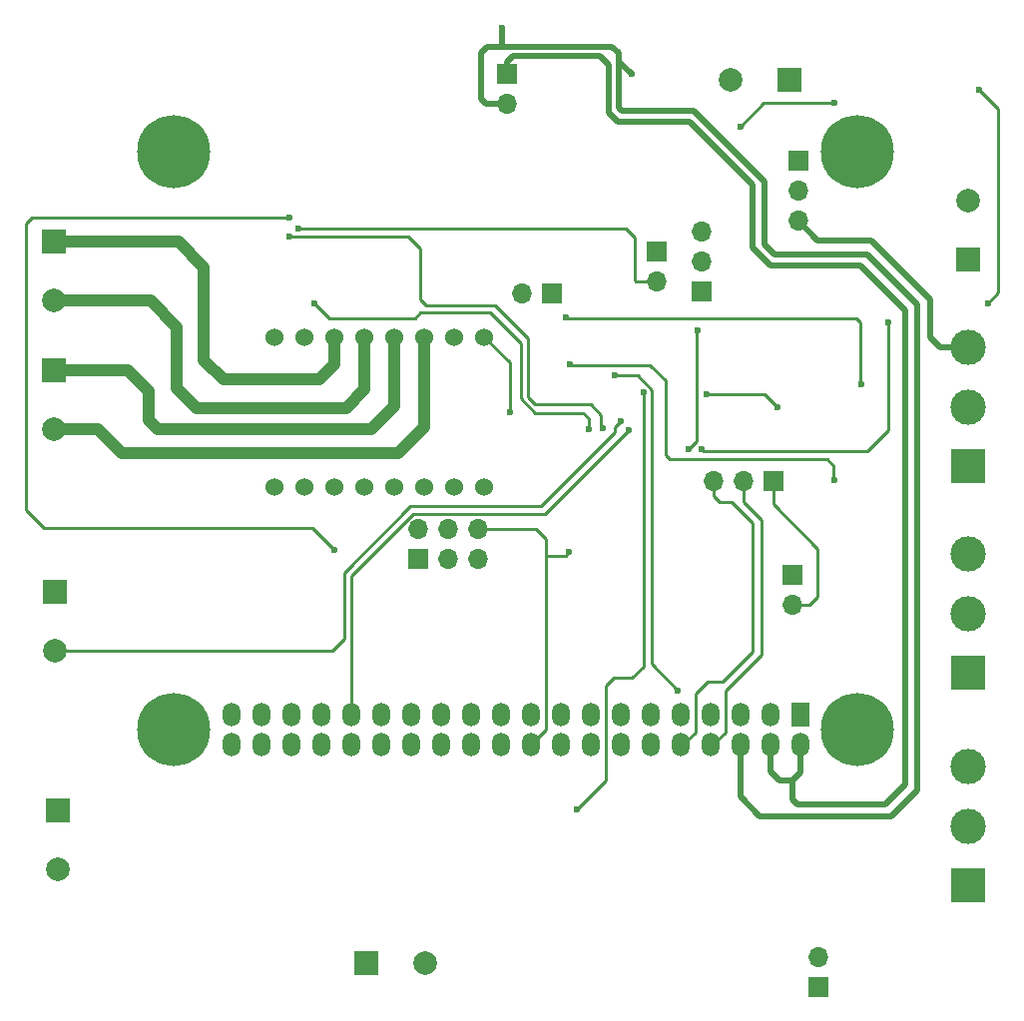
<source format=gbl>
G04 #@! TF.FileFunction,Copper,L2,Bot,Signal*
%FSLAX46Y46*%
G04 Gerber Fmt 4.6, Leading zero omitted, Abs format (unit mm)*
G04 Created by KiCad (PCBNEW 4.0.7-e2-6376~61~ubuntu18.04.1) date Wed Jan  8 18:11:24 2020*
%MOMM*%
%LPD*%
G01*
G04 APERTURE LIST*
%ADD10C,0.100000*%
%ADD11O,1.500000X2.000000*%
%ADD12R,1.500000X2.000000*%
%ADD13C,6.200000*%
%ADD14C,3.000000*%
%ADD15R,3.000000X3.000000*%
%ADD16C,2.000000*%
%ADD17R,2.000000X2.000000*%
%ADD18R,1.700000X1.700000*%
%ADD19O,1.700000X1.700000*%
%ADD20C,1.524000*%
%ADD21C,0.600000*%
%ADD22C,0.500000*%
%ADD23C,0.250000*%
%ADD24C,1.000000*%
G04 APERTURE END LIST*
D10*
D11*
X82550000Y-133900000D03*
X82550000Y-131360000D03*
X85090000Y-133900000D03*
X85090000Y-131360000D03*
X87630000Y-133900000D03*
X87630000Y-131360000D03*
X90170000Y-133900000D03*
X90170000Y-131360000D03*
X92710000Y-133900000D03*
X92710000Y-131360000D03*
X95250000Y-133900000D03*
X95250000Y-131360000D03*
X97790000Y-133900000D03*
X97790000Y-131360000D03*
X100330000Y-133900000D03*
X100330000Y-131360000D03*
X102870000Y-133900000D03*
X102870000Y-131360000D03*
X105410000Y-133900000D03*
X105410000Y-131360000D03*
X107950000Y-133900000D03*
X107950000Y-131360000D03*
X110490000Y-133900000D03*
X110490000Y-131360000D03*
X113030000Y-133900000D03*
X113030000Y-131360000D03*
X115570000Y-133900000D03*
X115570000Y-131360000D03*
X118110000Y-133900000D03*
X118110000Y-131360000D03*
X120650000Y-133900000D03*
X120650000Y-131360000D03*
X123190000Y-133900000D03*
X123190000Y-131360000D03*
X125730000Y-133900000D03*
X125730000Y-131360000D03*
X128270000Y-133900000D03*
X128270000Y-131360000D03*
X130810000Y-133900000D03*
D12*
X130810000Y-131360000D03*
D13*
X135680000Y-83630000D03*
X77680000Y-83630000D03*
X77680000Y-132630000D03*
X135680000Y-132630000D03*
D14*
X145034000Y-135796000D03*
X145034000Y-140796000D03*
D15*
X145034000Y-145796000D03*
D14*
X145034000Y-117762000D03*
X145034000Y-122762000D03*
D15*
X145034000Y-127762000D03*
D16*
X124921000Y-77470000D03*
D17*
X129921000Y-77470000D03*
D16*
X67524000Y-107173000D03*
D17*
X67524000Y-102173000D03*
D16*
X67524000Y-96251000D03*
D17*
X67524000Y-91251000D03*
D18*
X98425000Y-118110000D03*
D19*
X98425000Y-115570000D03*
X100965000Y-118110000D03*
X100965000Y-115570000D03*
X103505000Y-118110000D03*
X103505000Y-115570000D03*
D16*
X67818000Y-144446000D03*
D17*
X67818000Y-139446000D03*
D16*
X145034000Y-87710000D03*
D17*
X145034000Y-92710000D03*
D14*
X145034000Y-100236000D03*
X145034000Y-105236000D03*
D15*
X145034000Y-110236000D03*
D18*
X130643000Y-84393000D03*
D19*
X130643000Y-86933000D03*
X130643000Y-89473000D03*
D18*
X105918000Y-76962000D03*
D19*
X105918000Y-79502000D03*
D16*
X67564000Y-125904000D03*
D17*
X67564000Y-120904000D03*
D18*
X128524000Y-111506000D03*
D19*
X125984000Y-111506000D03*
X123444000Y-111506000D03*
D18*
X132334000Y-154432000D03*
D19*
X132334000Y-151892000D03*
D18*
X130135000Y-119508500D03*
D19*
X130135000Y-122048500D03*
D18*
X118618000Y-92075000D03*
D19*
X118618000Y-94615000D03*
D18*
X122478800Y-95465900D03*
D19*
X122478800Y-92925900D03*
X122478800Y-90385900D03*
D18*
X109728000Y-95631000D03*
D19*
X107188000Y-95631000D03*
D16*
X98990800Y-152465000D03*
D17*
X93990800Y-152465000D03*
D20*
X86233000Y-112014000D03*
X96393000Y-112014000D03*
X98933000Y-112014000D03*
X88773000Y-112014000D03*
X91313000Y-112014000D03*
X93853000Y-112014000D03*
X101473000Y-112014000D03*
X104013000Y-112014000D03*
X86233000Y-99314000D03*
X88773000Y-99314000D03*
X91313000Y-99314000D03*
X93853000Y-99314000D03*
X96393000Y-99314000D03*
X98933000Y-99314000D03*
X101473000Y-99314000D03*
X104013000Y-99314000D03*
D21*
X105522400Y-73090000D03*
X111212000Y-117540000D03*
X116520600Y-77027000D03*
X106167000Y-105664000D03*
X88199600Y-90082600D03*
X110958000Y-97677200D03*
X135951600Y-103366800D03*
X111288200Y-101665000D03*
X133665600Y-111444000D03*
X120446600Y-129282400D03*
X115033800Y-102583800D03*
X89598000Y-96442000D03*
X112898000Y-107142000D03*
X87503000Y-90805000D03*
X114046000Y-107061000D03*
X87463000Y-89193600D03*
X91247600Y-117362200D03*
X133698000Y-79442000D03*
X125698000Y-81442000D03*
X122098000Y-98742000D03*
X121298000Y-108842000D03*
X145991600Y-78335600D03*
X146698000Y-96442000D03*
X138298000Y-98042000D03*
X122398000Y-108842000D03*
X117485800Y-104001800D03*
X111872400Y-139358600D03*
X122878000Y-104153000D03*
X128866000Y-105252000D03*
X116216200Y-107264000D03*
X115580800Y-106465600D03*
D22*
X105522400Y-73090000D02*
X105522400Y-74676000D01*
D23*
X109243500Y-117857500D02*
X110894500Y-117857500D01*
X110894500Y-117857500D02*
X111212000Y-117540000D01*
X107950000Y-133900000D02*
X107996500Y-133900000D01*
X107996500Y-133900000D02*
X109243500Y-132653000D01*
X108353000Y-115570000D02*
X103505000Y-115570000D01*
X109243500Y-116460500D02*
X108353000Y-115570000D01*
X109243500Y-132653000D02*
X109243500Y-117857500D01*
X109243500Y-117857500D02*
X109243500Y-116460500D01*
X128524000Y-111506000D02*
X128524000Y-113516000D01*
X128524000Y-113516000D02*
X132294000Y-117286000D01*
X132294000Y-117286000D02*
X132294000Y-121350000D01*
X132294000Y-121350000D02*
X131595500Y-122048500D01*
X131595500Y-122048500D02*
X130135000Y-122048500D01*
D22*
X115443000Y-75949400D02*
X115443000Y-75311000D01*
X116520600Y-77027000D02*
X115443000Y-75949400D01*
X145034000Y-100236000D02*
X142676000Y-100236000D01*
X132294000Y-91124000D02*
X130643000Y-89473000D01*
X136815200Y-91124000D02*
X132294000Y-91124000D01*
X141819000Y-96127800D02*
X136815200Y-91124000D01*
X141819000Y-99379000D02*
X141819000Y-96127800D01*
X142676000Y-100236000D02*
X141819000Y-99379000D01*
X107950000Y-133900000D02*
X107950000Y-133890000D01*
D23*
X104013000Y-99314000D02*
X106167000Y-101468000D01*
X106167000Y-101468000D02*
X106167000Y-105664000D01*
D22*
X115443000Y-75311000D02*
X115380000Y-75247500D01*
X115380000Y-75247500D02*
X114820538Y-74688527D01*
X114820538Y-74688527D02*
X114808000Y-74676000D01*
X114808000Y-74676000D02*
X105522400Y-74676000D01*
X105522400Y-74676000D02*
X104267000Y-74676000D01*
X115443000Y-78297000D02*
X115443000Y-75311000D01*
X115697000Y-80137000D02*
X115443000Y-79883000D01*
X115443000Y-79883000D02*
X115443000Y-78297000D01*
X121793000Y-80137000D02*
X115697000Y-80137000D01*
X125730000Y-133900000D02*
X125730000Y-138303000D01*
X125730000Y-138303000D02*
X127381000Y-139954000D01*
X127381000Y-139954000D02*
X138557000Y-139954000D01*
X138557000Y-139954000D02*
X140716000Y-137795000D01*
X140716000Y-137795000D02*
X140716000Y-96520000D01*
X140716000Y-96520000D02*
X136525000Y-92329000D01*
X136525000Y-92329000D02*
X128651000Y-92329000D01*
X128651000Y-92329000D02*
X127762000Y-91440000D01*
X127762000Y-91440000D02*
X127762000Y-86106000D01*
X127762000Y-86106000D02*
X121793000Y-80137000D01*
X104140000Y-79502000D02*
X105918000Y-79502000D01*
X103759000Y-79121000D02*
X104140000Y-79502000D01*
X103759000Y-75184000D02*
X103759000Y-79121000D01*
X104267000Y-74676000D02*
X103759000Y-75184000D01*
D23*
X118618000Y-94615000D02*
X116887400Y-94615000D01*
X116012600Y-90082600D02*
X88199600Y-90082600D01*
X116800000Y-90870000D02*
X116012600Y-90082600D01*
X116800000Y-94527600D02*
X116800000Y-90870000D01*
X116887400Y-94615000D02*
X116800000Y-94527600D01*
X111008800Y-97728000D02*
X110958000Y-97677200D01*
X135570600Y-97728000D02*
X111008800Y-97728000D01*
X135926200Y-98083600D02*
X135570600Y-97728000D01*
X135926200Y-103341400D02*
X135926200Y-98083600D01*
X135951600Y-103366800D02*
X135926200Y-103341400D01*
X111313600Y-101690400D02*
X111288200Y-101665000D01*
X118070000Y-101690400D02*
X111313600Y-101690400D01*
X119365400Y-102985800D02*
X118070000Y-101690400D01*
X119365400Y-109361200D02*
X119365400Y-102985800D01*
X119721000Y-109716800D02*
X119365400Y-109361200D01*
X133081400Y-109716800D02*
X119721000Y-109716800D01*
X133640200Y-110275600D02*
X133081400Y-109716800D01*
X133640200Y-111418600D02*
X133640200Y-110275600D01*
X133665600Y-111444000D02*
X133640200Y-111418600D01*
X116999000Y-102583800D02*
X115033800Y-102583800D01*
X118229500Y-103814300D02*
X116999000Y-102583800D01*
X118229500Y-127065300D02*
X118229500Y-103814300D01*
X120446600Y-129282400D02*
X118229500Y-127065300D01*
X90898000Y-97742000D02*
X89598000Y-96442000D01*
X98098000Y-97742000D02*
X90898000Y-97742000D01*
X98598000Y-97242000D02*
X98098000Y-97742000D01*
X104498000Y-97242000D02*
X98598000Y-97242000D01*
X107098000Y-99842000D02*
X104498000Y-97242000D01*
X107098000Y-104542000D02*
X107098000Y-99842000D01*
X108298000Y-105742000D02*
X107098000Y-104542000D01*
X112398000Y-105742000D02*
X108298000Y-105742000D01*
X112898000Y-106242000D02*
X112398000Y-105742000D01*
X112898000Y-107142000D02*
X112898000Y-106242000D01*
X97536000Y-90805000D02*
X87503000Y-90805000D01*
X98552000Y-91821000D02*
X97536000Y-90805000D01*
X98552000Y-96139000D02*
X98552000Y-91821000D01*
X99060000Y-96647000D02*
X98552000Y-96139000D01*
X104902000Y-96647000D02*
X99060000Y-96647000D01*
X107696000Y-99441000D02*
X104902000Y-96647000D01*
X107696000Y-104394000D02*
X107696000Y-99441000D01*
X108331000Y-105029000D02*
X107696000Y-104394000D01*
X113030000Y-105029000D02*
X108331000Y-105029000D01*
X113919000Y-105918000D02*
X113030000Y-105029000D01*
X113919000Y-106934000D02*
X113919000Y-105918000D01*
X114046000Y-107061000D02*
X113919000Y-106934000D01*
X65619000Y-89193600D02*
X87463000Y-89193600D01*
X65111000Y-89701600D02*
X65619000Y-89193600D01*
X65111000Y-114009400D02*
X65111000Y-89701600D01*
X66660400Y-115558800D02*
X65111000Y-114009400D01*
X89444200Y-115558800D02*
X66660400Y-115558800D01*
X91247600Y-117362200D02*
X89444200Y-115558800D01*
X127698000Y-79442000D02*
X133698000Y-79442000D01*
X125698000Y-81442000D02*
X127698000Y-79442000D01*
X121998000Y-98842000D02*
X122098000Y-98742000D01*
X121998000Y-108142000D02*
X121998000Y-98842000D01*
X121298000Y-108842000D02*
X121998000Y-108142000D01*
X147598000Y-79942000D02*
X145991600Y-78335600D01*
X147598000Y-95542000D02*
X147598000Y-79942000D01*
X146698000Y-96442000D02*
X147598000Y-95542000D01*
X138298000Y-107242000D02*
X138298000Y-98042000D01*
X136498000Y-109042000D02*
X138298000Y-107242000D01*
X122598000Y-109042000D02*
X136498000Y-109042000D01*
X122398000Y-108842000D02*
X122598000Y-109042000D01*
X111872400Y-139358600D02*
X114310800Y-136920200D01*
X114310800Y-136920200D02*
X114310800Y-128919200D01*
X114310800Y-128919200D02*
X115022000Y-128208000D01*
X115022000Y-128208000D02*
X116546000Y-128208000D01*
X116546000Y-128208000D02*
X117485800Y-127268200D01*
X117485800Y-127268200D02*
X117485800Y-104001800D01*
X127768000Y-104153000D02*
X122878000Y-104153000D01*
X128866000Y-105252000D02*
X127768000Y-104153000D01*
X109126600Y-114353600D02*
X116216200Y-107264000D01*
X97949000Y-114353600D02*
X109126600Y-114353600D01*
X92710000Y-119592600D02*
X97949000Y-114353600D01*
X92710000Y-131360000D02*
X92710000Y-119592600D01*
X123444000Y-112776000D02*
X123444000Y-111506000D01*
X123952000Y-113284000D02*
X123444000Y-112776000D01*
X124968000Y-113284000D02*
X123952000Y-113284000D01*
X126746000Y-115062000D02*
X124968000Y-113284000D01*
X126746000Y-125984000D02*
X126746000Y-115062000D01*
X124206000Y-128524000D02*
X126746000Y-125984000D01*
X122936000Y-128524000D02*
X124206000Y-128524000D01*
X121920000Y-129540000D02*
X122936000Y-128524000D01*
X121920000Y-132842000D02*
X121920000Y-129540000D01*
X120862000Y-133900000D02*
X121920000Y-132842000D01*
X120650000Y-133900000D02*
X120862000Y-133900000D01*
X120650000Y-133900000D02*
X120650000Y-133858000D01*
X125984000Y-113284000D02*
X125984000Y-111506000D01*
X127508000Y-114808000D02*
X125984000Y-113284000D01*
X127508000Y-126238000D02*
X127508000Y-114808000D01*
X124460000Y-129286000D02*
X127508000Y-126238000D01*
X124460000Y-132842000D02*
X124460000Y-129286000D01*
X123402000Y-133900000D02*
X124460000Y-132842000D01*
X123190000Y-133900000D02*
X123402000Y-133900000D01*
D24*
X67524000Y-107173000D02*
X71254000Y-107173000D01*
X98933000Y-106959000D02*
X98933000Y-99314000D01*
X96734000Y-109158000D02*
X98933000Y-106959000D01*
X73239000Y-109158000D02*
X96734000Y-109158000D01*
X71254000Y-107173000D02*
X73239000Y-109158000D01*
X67524000Y-102173000D02*
X73747000Y-102173000D01*
X96393000Y-105181000D02*
X96393000Y-99314000D01*
X94448000Y-107126000D02*
X96393000Y-105181000D01*
X76287000Y-107126000D02*
X94448000Y-107126000D01*
X75525000Y-106364000D02*
X76287000Y-107126000D01*
X75525000Y-103951000D02*
X75525000Y-106364000D01*
X73747000Y-102173000D02*
X75525000Y-103951000D01*
D22*
X105918000Y-75946000D02*
X105918000Y-76962000D01*
X106426000Y-75438000D02*
X105918000Y-75946000D01*
X113792000Y-75438000D02*
X106426000Y-75438000D01*
X114554000Y-76200000D02*
X113792000Y-75438000D01*
X114554000Y-80264000D02*
X114554000Y-76200000D01*
X115316000Y-81026000D02*
X114554000Y-80264000D01*
X121412000Y-81026000D02*
X115316000Y-81026000D01*
X126746000Y-86360000D02*
X121412000Y-81026000D01*
X126746000Y-91694000D02*
X126746000Y-86360000D01*
X128270000Y-93218000D02*
X126746000Y-91694000D01*
X135890000Y-93218000D02*
X128270000Y-93218000D01*
X139700000Y-97028000D02*
X135890000Y-93218000D01*
X139700000Y-137287000D02*
X139700000Y-97028000D01*
X138049000Y-138938000D02*
X139700000Y-137287000D01*
X130556000Y-138938000D02*
X138049000Y-138938000D01*
X130175000Y-138557000D02*
X130556000Y-138938000D01*
X130175000Y-136906000D02*
X130175000Y-138557000D01*
X130238000Y-136842000D02*
X130175000Y-136906000D01*
X130810000Y-136271000D02*
X130238000Y-136842000D01*
X130810000Y-133900000D02*
X130810000Y-136271000D01*
X128270000Y-136144000D02*
X128270000Y-133900000D01*
X129032000Y-136906000D02*
X128270000Y-136144000D01*
X130175000Y-136906000D02*
X129032000Y-136906000D01*
D23*
X91113200Y-125904000D02*
X67564000Y-125904000D01*
X92085800Y-124931400D02*
X91113200Y-125904000D01*
X92085800Y-119318000D02*
X92085800Y-124931400D01*
X97724600Y-113679200D02*
X92085800Y-119318000D01*
X108824400Y-113679200D02*
X97724600Y-113679200D01*
X115072800Y-107430800D02*
X108824400Y-113679200D01*
X115072800Y-106973600D02*
X115072800Y-107430800D01*
X115580800Y-106465600D02*
X115072800Y-106973600D01*
D24*
X67524000Y-96251000D02*
X75699000Y-96251000D01*
X93853000Y-103784000D02*
X93853000Y-99314000D01*
X92289000Y-105348000D02*
X93853000Y-103784000D01*
X79589000Y-105348000D02*
X92289000Y-105348000D01*
X77938000Y-103697000D02*
X79589000Y-105348000D01*
X77938000Y-98490000D02*
X77938000Y-103697000D01*
X75699000Y-96251000D02*
X77938000Y-98490000D01*
X67524000Y-91251000D02*
X78065000Y-91251000D01*
X91313000Y-101625000D02*
X91313000Y-99314000D01*
X90003000Y-102935000D02*
X91313000Y-101625000D01*
X81875000Y-102935000D02*
X90003000Y-102935000D01*
X80224000Y-101284000D02*
X81875000Y-102935000D01*
X80224000Y-93410000D02*
X80224000Y-101284000D01*
X78065000Y-91251000D02*
X80224000Y-93410000D01*
X91313000Y-99314000D02*
X91313000Y-99695000D01*
M02*

</source>
